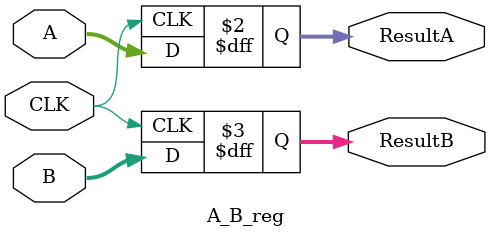
<source format=v>
`timescale 1ns / 1ps


module A_B_reg(input CLK,input [31:0]A,B,output reg [31:0]ResultA,ResultB

    );
    //reg [31:0]mem[1:0];
    always @ (posedge CLK) begin
        ResultA=A;
        ResultB=B;
    end
   /* assign ResultA=mem[0];
    assign ResultB=mem[1];*/
endmodule

</source>
